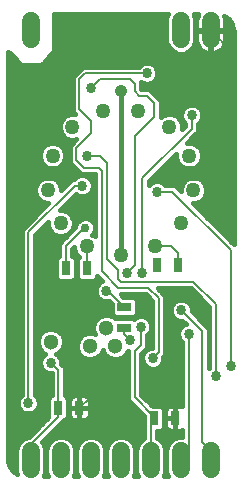
<source format=gbl>
G75*
%MOIN*%
%OFA0B0*%
%FSLAX25Y25*%
%IPPOS*%
%LPD*%
%AMOC8*
5,1,8,0,0,1.08239X$1,22.5*
%
%ADD10C,0.04961*%
%ADD11C,0.06000*%
%ADD12R,0.03150X0.04724*%
%ADD13C,0.05118*%
%ADD14R,0.04724X0.03150*%
%ADD15C,0.04156*%
%ADD16C,0.01600*%
%ADD17C,0.01200*%
%ADD18C,0.03369*%
%ADD19C,0.00800*%
%ADD20C,0.01000*%
%ADD21C,0.02975*%
D10*
X0029845Y0080360D03*
X0021114Y0088095D03*
X0016978Y0099001D03*
X0018384Y0110580D03*
X0025010Y0120180D03*
X0035338Y0125600D03*
X0047002Y0125600D03*
X0057330Y0120180D03*
X0063956Y0110580D03*
X0065362Y0099001D03*
X0061226Y0088095D03*
X0052495Y0080360D03*
X0041170Y0077569D03*
D11*
X0041170Y0012100D02*
X0041170Y0006100D01*
X0031170Y0006100D02*
X0031170Y0012100D01*
X0021170Y0012100D02*
X0021170Y0006100D01*
X0011170Y0006100D02*
X0011170Y0012100D01*
X0051170Y0012100D02*
X0051170Y0006100D01*
X0061170Y0006100D02*
X0061170Y0012100D01*
X0071170Y0012100D02*
X0071170Y0006100D01*
X0071170Y0149407D02*
X0071170Y0155407D01*
X0061170Y0155407D02*
X0061170Y0149407D01*
X0011170Y0149407D02*
X0011170Y0155407D01*
D12*
X0022757Y0073013D03*
X0029843Y0073013D03*
X0053257Y0074013D03*
X0060343Y0074013D03*
X0059343Y0023013D03*
X0052257Y0023013D03*
X0027343Y0026513D03*
X0020257Y0026513D03*
D13*
X0030800Y0047013D03*
X0036300Y0053013D03*
X0039300Y0047013D03*
X0017800Y0048513D03*
D14*
X0042300Y0052970D03*
X0042300Y0060057D03*
D15*
X0041300Y0132013D03*
D16*
X0004221Y0006926D02*
X0005269Y0005483D01*
X0006644Y0004484D01*
X0006370Y0005145D01*
X0006370Y0013055D01*
X0007101Y0014819D01*
X0008451Y0016169D01*
X0010215Y0016900D01*
X0010575Y0016900D01*
X0016981Y0023306D01*
X0016882Y0023406D01*
X0016882Y0029621D01*
X0017936Y0030676D01*
X0018057Y0030676D01*
X0018057Y0038029D01*
X0017107Y0038029D01*
X0015826Y0038560D01*
X0014846Y0039540D01*
X0014316Y0040820D01*
X0014316Y0042206D01*
X0014846Y0043487D01*
X0015826Y0044467D01*
X0016002Y0044540D01*
X0015331Y0044818D01*
X0014105Y0046044D01*
X0013441Y0047646D01*
X0013441Y0049380D01*
X0014105Y0050983D01*
X0015331Y0052209D01*
X0016933Y0052872D01*
X0018667Y0052872D01*
X0020269Y0052209D01*
X0021495Y0050983D01*
X0022159Y0049380D01*
X0022159Y0047646D01*
X0021495Y0046044D01*
X0020269Y0044818D01*
X0019598Y0044540D01*
X0019774Y0044467D01*
X0020754Y0043487D01*
X0021284Y0042206D01*
X0021284Y0041140D01*
X0022457Y0039968D01*
X0022457Y0030676D01*
X0022577Y0030676D01*
X0023631Y0029621D01*
X0023631Y0023406D01*
X0022577Y0022351D01*
X0022249Y0022351D01*
X0021211Y0021313D01*
X0014978Y0015080D01*
X0015239Y0014819D01*
X0015970Y0013055D01*
X0015970Y0005145D01*
X0015418Y0003813D01*
X0016922Y0003813D01*
X0016370Y0005145D01*
X0016370Y0013055D01*
X0017101Y0014819D01*
X0018451Y0016169D01*
X0020215Y0016900D01*
X0022125Y0016900D01*
X0023889Y0016169D01*
X0025239Y0014819D01*
X0025970Y0013055D01*
X0025970Y0005145D01*
X0025418Y0003813D01*
X0026922Y0003813D01*
X0026370Y0005145D01*
X0026370Y0013055D01*
X0027101Y0014819D01*
X0028451Y0016169D01*
X0030215Y0016900D01*
X0032125Y0016900D01*
X0033889Y0016169D01*
X0035239Y0014819D01*
X0035970Y0013055D01*
X0035970Y0005145D01*
X0035418Y0003813D01*
X0036922Y0003813D01*
X0036370Y0005145D01*
X0036370Y0013055D01*
X0037101Y0014819D01*
X0038451Y0016169D01*
X0040215Y0016900D01*
X0042125Y0016900D01*
X0043889Y0016169D01*
X0045239Y0014819D01*
X0045970Y0013055D01*
X0045970Y0005145D01*
X0045418Y0003813D01*
X0046922Y0003813D01*
X0046370Y0005145D01*
X0046370Y0013055D01*
X0047101Y0014819D01*
X0048451Y0016169D01*
X0048970Y0016384D01*
X0048970Y0019817D01*
X0048882Y0019906D01*
X0048882Y0023820D01*
X0043600Y0029102D01*
X0043600Y0045532D01*
X0043433Y0045601D01*
X0042995Y0044544D01*
X0041769Y0043318D01*
X0040167Y0042654D01*
X0038433Y0042654D01*
X0036831Y0043318D01*
X0035605Y0044544D01*
X0035050Y0045883D01*
X0034495Y0044544D01*
X0033269Y0043318D01*
X0031667Y0042654D01*
X0029933Y0042654D01*
X0028331Y0043318D01*
X0027105Y0044544D01*
X0026441Y0046146D01*
X0026441Y0047880D01*
X0027105Y0049483D01*
X0028331Y0050709D01*
X0029933Y0051372D01*
X0031667Y0051372D01*
X0032385Y0051075D01*
X0031941Y0052146D01*
X0031941Y0053880D01*
X0032605Y0055483D01*
X0033831Y0056709D01*
X0035433Y0057372D01*
X0037167Y0057372D01*
X0038769Y0056709D01*
X0039163Y0056315D01*
X0039192Y0056345D01*
X0045408Y0056345D01*
X0045556Y0056197D01*
X0045826Y0056467D01*
X0047107Y0056998D01*
X0048493Y0056998D01*
X0049774Y0056467D01*
X0050754Y0055487D01*
X0051284Y0054206D01*
X0051284Y0052820D01*
X0050754Y0051540D01*
X0050000Y0050786D01*
X0050000Y0046602D01*
X0048000Y0044602D01*
X0048000Y0030925D01*
X0051749Y0027176D01*
X0054577Y0027176D01*
X0055631Y0026121D01*
X0055631Y0019906D01*
X0054577Y0018851D01*
X0053370Y0018851D01*
X0053370Y0016384D01*
X0053889Y0016169D01*
X0055239Y0014819D01*
X0055970Y0013055D01*
X0055970Y0005145D01*
X0055418Y0003813D01*
X0056922Y0003813D01*
X0056370Y0005145D01*
X0056370Y0013055D01*
X0057101Y0014819D01*
X0058451Y0016169D01*
X0060215Y0016900D01*
X0061600Y0016900D01*
X0061600Y0018970D01*
X0061155Y0018851D01*
X0059343Y0018851D01*
X0059343Y0023013D01*
X0059343Y0023013D01*
X0055969Y0023013D01*
X0055969Y0020414D01*
X0056091Y0019956D01*
X0056328Y0019546D01*
X0056663Y0019211D01*
X0057074Y0018974D01*
X0057532Y0018851D01*
X0059343Y0018851D01*
X0059343Y0023013D01*
X0059343Y0023013D01*
X0055968Y0023013D01*
X0055969Y0025613D01*
X0056091Y0026070D01*
X0056328Y0026481D01*
X0056663Y0026816D01*
X0057074Y0027053D01*
X0057532Y0027176D01*
X0059343Y0027176D01*
X0059343Y0023014D01*
X0059343Y0023014D01*
X0059343Y0027176D01*
X0061155Y0027176D01*
X0061600Y0027056D01*
X0061600Y0048286D01*
X0060846Y0049040D01*
X0060316Y0050320D01*
X0060316Y0051706D01*
X0060846Y0052987D01*
X0061826Y0053967D01*
X0062822Y0054380D01*
X0061673Y0055529D01*
X0060607Y0055529D01*
X0059326Y0056060D01*
X0058346Y0057040D01*
X0057816Y0058320D01*
X0057816Y0059706D01*
X0058346Y0060987D01*
X0059326Y0061967D01*
X0060607Y0062498D01*
X0061993Y0062498D01*
X0063274Y0061967D01*
X0064254Y0060987D01*
X0064784Y0059706D01*
X0064784Y0058640D01*
X0069211Y0054213D01*
X0070500Y0052925D01*
X0070500Y0039641D01*
X0070600Y0039741D01*
X0070600Y0060102D01*
X0064389Y0066313D01*
X0053611Y0066313D01*
X0056000Y0063925D01*
X0056000Y0044102D01*
X0055284Y0043386D01*
X0055284Y0042320D01*
X0054754Y0041040D01*
X0053774Y0040060D01*
X0052493Y0039529D01*
X0051107Y0039529D01*
X0049826Y0040060D01*
X0048846Y0041040D01*
X0048316Y0042320D01*
X0048316Y0043706D01*
X0048846Y0044987D01*
X0049826Y0045967D01*
X0051107Y0046498D01*
X0051600Y0046498D01*
X0051600Y0062102D01*
X0049389Y0064313D01*
X0041155Y0064313D01*
X0042036Y0063431D01*
X0045408Y0063431D01*
X0046462Y0062377D01*
X0046462Y0057736D01*
X0045408Y0056682D01*
X0039192Y0056682D01*
X0038138Y0057736D01*
X0038138Y0061108D01*
X0037151Y0062095D01*
X0036993Y0062029D01*
X0035607Y0062029D01*
X0034326Y0062560D01*
X0033346Y0063540D01*
X0032816Y0064820D01*
X0032816Y0066206D01*
X0033346Y0067487D01*
X0034326Y0068467D01*
X0034969Y0068733D01*
X0033889Y0069813D01*
X0033889Y0069813D01*
X0033218Y0070484D01*
X0033218Y0069906D01*
X0032164Y0068851D01*
X0027523Y0068851D01*
X0026469Y0069906D01*
X0026469Y0076121D01*
X0027250Y0076902D01*
X0026216Y0077936D01*
X0025565Y0079509D01*
X0025565Y0080123D01*
X0024957Y0079515D01*
X0024957Y0077176D01*
X0025077Y0077176D01*
X0026131Y0076121D01*
X0026131Y0069906D01*
X0025077Y0068851D01*
X0020436Y0068851D01*
X0019382Y0069906D01*
X0019382Y0076121D01*
X0020436Y0077176D01*
X0020557Y0077176D01*
X0020557Y0081338D01*
X0026013Y0086794D01*
X0026013Y0087124D01*
X0026513Y0088332D01*
X0027438Y0089257D01*
X0028646Y0089757D01*
X0029954Y0089757D01*
X0031162Y0089257D01*
X0032087Y0088332D01*
X0032587Y0087124D01*
X0032587Y0085816D01*
X0032087Y0084608D01*
X0031703Y0084224D01*
X0032269Y0083989D01*
X0032600Y0083658D01*
X0032600Y0104313D01*
X0027889Y0104313D01*
X0025389Y0106813D01*
X0024100Y0108102D01*
X0024100Y0113925D01*
X0026225Y0116050D01*
X0025861Y0115899D01*
X0024158Y0115899D01*
X0022585Y0116551D01*
X0021381Y0117755D01*
X0020730Y0119328D01*
X0020730Y0121031D01*
X0021381Y0122604D01*
X0022585Y0123808D01*
X0024158Y0124460D01*
X0025742Y0124460D01*
X0025100Y0125102D01*
X0025100Y0136925D01*
X0026389Y0138213D01*
X0026389Y0138213D01*
X0027100Y0138925D01*
X0028389Y0140213D01*
X0047073Y0140213D01*
X0047826Y0140967D01*
X0049107Y0141498D01*
X0050493Y0141498D01*
X0051774Y0140967D01*
X0052754Y0139987D01*
X0053284Y0138706D01*
X0053284Y0137320D01*
X0052754Y0136040D01*
X0051774Y0135060D01*
X0050493Y0134529D01*
X0049107Y0134529D01*
X0048000Y0134988D01*
X0048000Y0132925D01*
X0048211Y0132713D01*
X0050711Y0132713D01*
X0052000Y0131425D01*
X0054500Y0128925D01*
X0054500Y0123402D01*
X0054906Y0123808D01*
X0056479Y0124460D01*
X0058182Y0124460D01*
X0059755Y0123808D01*
X0060959Y0122604D01*
X0061611Y0121031D01*
X0061611Y0119435D01*
X0062600Y0120425D01*
X0062600Y0121286D01*
X0061846Y0122040D01*
X0061316Y0123320D01*
X0061316Y0124706D01*
X0061846Y0125987D01*
X0062826Y0126967D01*
X0064107Y0127498D01*
X0065493Y0127498D01*
X0066774Y0126967D01*
X0067754Y0125987D01*
X0068284Y0124706D01*
X0068284Y0123320D01*
X0067754Y0122040D01*
X0067000Y0121286D01*
X0067000Y0118602D01*
X0065711Y0117313D01*
X0063258Y0114861D01*
X0064808Y0114861D01*
X0066381Y0114209D01*
X0067585Y0113005D01*
X0068237Y0111432D01*
X0068237Y0109729D01*
X0067585Y0108156D01*
X0066381Y0106952D01*
X0064808Y0106300D01*
X0063105Y0106300D01*
X0061532Y0106952D01*
X0060328Y0108156D01*
X0059676Y0109729D01*
X0059676Y0111278D01*
X0050500Y0102102D01*
X0050500Y0100641D01*
X0051326Y0101467D01*
X0052607Y0101998D01*
X0053993Y0101998D01*
X0055274Y0101467D01*
X0056027Y0100713D01*
X0059211Y0100713D01*
X0060500Y0099425D01*
X0061082Y0098843D01*
X0061082Y0099853D01*
X0061734Y0101426D01*
X0062938Y0102630D01*
X0064511Y0103281D01*
X0066214Y0103281D01*
X0067787Y0102630D01*
X0068991Y0101426D01*
X0069643Y0099853D01*
X0069643Y0098150D01*
X0068991Y0096577D01*
X0067787Y0095373D01*
X0066214Y0094721D01*
X0065204Y0094721D01*
X0078740Y0081184D01*
X0078740Y0151994D01*
X0078670Y0152885D01*
X0078119Y0154581D01*
X0077071Y0156024D01*
X0075691Y0157027D01*
X0075852Y0156531D01*
X0075970Y0155785D01*
X0075970Y0152607D01*
X0071370Y0152607D01*
X0071370Y0152207D01*
X0071370Y0144607D01*
X0071548Y0144607D01*
X0072294Y0144725D01*
X0073013Y0144959D01*
X0073686Y0145302D01*
X0074297Y0145746D01*
X0074831Y0146280D01*
X0075275Y0146891D01*
X0075618Y0147565D01*
X0075852Y0148283D01*
X0075970Y0149029D01*
X0075970Y0152207D01*
X0071370Y0152207D01*
X0070970Y0152207D01*
X0070970Y0144607D01*
X0070792Y0144607D01*
X0070046Y0144725D01*
X0069328Y0144959D01*
X0068654Y0145302D01*
X0068043Y0145746D01*
X0067509Y0146280D01*
X0067065Y0146891D01*
X0066722Y0147565D01*
X0066488Y0148283D01*
X0066370Y0149029D01*
X0066370Y0152207D01*
X0070970Y0152207D01*
X0070970Y0152607D01*
X0066370Y0152607D01*
X0066370Y0155785D01*
X0066488Y0156531D01*
X0066722Y0157250D01*
X0066948Y0157694D01*
X0065418Y0157694D01*
X0065970Y0156362D01*
X0065970Y0148452D01*
X0065239Y0146688D01*
X0063889Y0145338D01*
X0062125Y0144607D01*
X0060215Y0144607D01*
X0058451Y0145338D01*
X0057101Y0146688D01*
X0056370Y0148452D01*
X0056370Y0156362D01*
X0056922Y0157694D01*
X0019000Y0157694D01*
X0019000Y0157170D01*
X0019107Y0156422D01*
X0019000Y0156280D01*
X0019000Y0146598D01*
X0019063Y0145774D01*
X0019000Y0145700D01*
X0019000Y0145602D01*
X0018415Y0145017D01*
X0016000Y0142200D01*
X0016000Y0142102D01*
X0015415Y0141517D01*
X0014877Y0140890D01*
X0014780Y0140882D01*
X0014711Y0140813D01*
X0013885Y0140813D01*
X0013060Y0140750D01*
X0012986Y0140813D01*
X0007889Y0140813D01*
X0004389Y0144313D01*
X0003600Y0145102D01*
X0003600Y0009513D01*
X0003670Y0008622D01*
X0004221Y0006926D01*
X0004306Y0006809D02*
X0006370Y0006809D01*
X0006370Y0008407D02*
X0003740Y0008407D01*
X0003600Y0010006D02*
X0006370Y0010006D01*
X0006370Y0011604D02*
X0003600Y0011604D01*
X0003600Y0013203D02*
X0006431Y0013203D01*
X0007094Y0014801D02*
X0003600Y0014801D01*
X0003600Y0016400D02*
X0009008Y0016400D01*
X0011674Y0017998D02*
X0003600Y0017998D01*
X0003600Y0019597D02*
X0013272Y0019597D01*
X0014871Y0021196D02*
X0003600Y0021196D01*
X0003600Y0022794D02*
X0016469Y0022794D01*
X0016882Y0024393D02*
X0003600Y0024393D01*
X0003600Y0025991D02*
X0007395Y0025991D01*
X0007346Y0026040D02*
X0008326Y0025060D01*
X0009607Y0024529D01*
X0010993Y0024529D01*
X0012274Y0025060D01*
X0013254Y0026040D01*
X0013784Y0027320D01*
X0013784Y0028706D01*
X0013254Y0029987D01*
X0012500Y0030741D01*
X0012500Y0084102D01*
X0016834Y0088436D01*
X0016834Y0087243D01*
X0017485Y0085670D01*
X0018690Y0084466D01*
X0020263Y0083815D01*
X0021966Y0083815D01*
X0023539Y0084466D01*
X0024743Y0085670D01*
X0025394Y0087243D01*
X0025394Y0088946D01*
X0024743Y0090519D01*
X0023539Y0091724D01*
X0021966Y0092375D01*
X0020773Y0092375D01*
X0026142Y0097744D01*
X0026326Y0097560D01*
X0027607Y0097029D01*
X0028993Y0097029D01*
X0030274Y0097560D01*
X0031254Y0098540D01*
X0031784Y0099820D01*
X0031784Y0101206D01*
X0031254Y0102487D01*
X0030274Y0103467D01*
X0028993Y0103998D01*
X0027607Y0103998D01*
X0026326Y0103467D01*
X0025573Y0102713D01*
X0024889Y0102713D01*
X0023600Y0101425D01*
X0021258Y0099083D01*
X0021258Y0099853D01*
X0020607Y0101426D01*
X0019403Y0102630D01*
X0017829Y0103281D01*
X0016127Y0103281D01*
X0014553Y0102630D01*
X0013349Y0101426D01*
X0012698Y0099853D01*
X0012698Y0098150D01*
X0013349Y0096577D01*
X0014553Y0095373D01*
X0016127Y0094721D01*
X0016896Y0094721D01*
X0008100Y0085925D01*
X0008100Y0030741D01*
X0007346Y0029987D01*
X0006816Y0028706D01*
X0006816Y0027320D01*
X0007346Y0026040D01*
X0006816Y0027590D02*
X0003600Y0027590D01*
X0003600Y0029188D02*
X0007015Y0029188D01*
X0008100Y0030787D02*
X0003600Y0030787D01*
X0003600Y0032385D02*
X0008100Y0032385D01*
X0008100Y0033984D02*
X0003600Y0033984D01*
X0003600Y0035582D02*
X0008100Y0035582D01*
X0008100Y0037181D02*
X0003600Y0037181D01*
X0003600Y0038779D02*
X0008100Y0038779D01*
X0008100Y0040378D02*
X0003600Y0040378D01*
X0003600Y0041976D02*
X0008100Y0041976D01*
X0008100Y0043575D02*
X0003600Y0043575D01*
X0003600Y0045173D02*
X0008100Y0045173D01*
X0008100Y0046772D02*
X0003600Y0046772D01*
X0003600Y0048370D02*
X0008100Y0048370D01*
X0008100Y0049969D02*
X0003600Y0049969D01*
X0003600Y0051567D02*
X0008100Y0051567D01*
X0008100Y0053166D02*
X0003600Y0053166D01*
X0003600Y0054764D02*
X0008100Y0054764D01*
X0008100Y0056363D02*
X0003600Y0056363D01*
X0003600Y0057961D02*
X0008100Y0057961D01*
X0008100Y0059560D02*
X0003600Y0059560D01*
X0003600Y0061158D02*
X0008100Y0061158D01*
X0008100Y0062757D02*
X0003600Y0062757D01*
X0003600Y0064355D02*
X0008100Y0064355D01*
X0008100Y0065954D02*
X0003600Y0065954D01*
X0003600Y0067552D02*
X0008100Y0067552D01*
X0008100Y0069151D02*
X0003600Y0069151D01*
X0003600Y0070749D02*
X0008100Y0070749D01*
X0008100Y0072348D02*
X0003600Y0072348D01*
X0003600Y0073946D02*
X0008100Y0073946D01*
X0008100Y0075545D02*
X0003600Y0075545D01*
X0003600Y0077143D02*
X0008100Y0077143D01*
X0008100Y0078742D02*
X0003600Y0078742D01*
X0003600Y0080340D02*
X0008100Y0080340D01*
X0008100Y0081939D02*
X0003600Y0081939D01*
X0003600Y0083537D02*
X0008100Y0083537D01*
X0008100Y0085136D02*
X0003600Y0085136D01*
X0003600Y0086734D02*
X0008910Y0086734D01*
X0010508Y0088333D02*
X0003600Y0088333D01*
X0003600Y0089932D02*
X0012107Y0089932D01*
X0013705Y0091530D02*
X0003600Y0091530D01*
X0003600Y0093129D02*
X0015304Y0093129D01*
X0016112Y0094727D02*
X0003600Y0094727D01*
X0003600Y0096326D02*
X0013600Y0096326D01*
X0012791Y0097924D02*
X0003600Y0097924D01*
X0003600Y0099523D02*
X0012698Y0099523D01*
X0013223Y0101121D02*
X0003600Y0101121D01*
X0003600Y0102720D02*
X0014770Y0102720D01*
X0015959Y0106952D02*
X0014755Y0108156D01*
X0014104Y0109729D01*
X0014104Y0111432D01*
X0014755Y0113005D01*
X0015959Y0114209D01*
X0017532Y0114861D01*
X0019235Y0114861D01*
X0020808Y0114209D01*
X0022013Y0113005D01*
X0022664Y0111432D01*
X0022664Y0109729D01*
X0022013Y0108156D01*
X0020808Y0106952D01*
X0019235Y0106300D01*
X0017532Y0106300D01*
X0015959Y0106952D01*
X0015396Y0107515D02*
X0003600Y0107515D01*
X0003600Y0105917D02*
X0026285Y0105917D01*
X0024687Y0107515D02*
X0021372Y0107515D01*
X0022409Y0109114D02*
X0024100Y0109114D01*
X0024100Y0110712D02*
X0022664Y0110712D01*
X0022300Y0112311D02*
X0024100Y0112311D01*
X0024100Y0113909D02*
X0021108Y0113909D01*
X0022030Y0117106D02*
X0003600Y0117106D01*
X0003600Y0115508D02*
X0025683Y0115508D01*
X0020988Y0118705D02*
X0003600Y0118705D01*
X0003600Y0120303D02*
X0020730Y0120303D01*
X0021090Y0121902D02*
X0003600Y0121902D01*
X0003600Y0123500D02*
X0022277Y0123500D01*
X0025103Y0125099D02*
X0003600Y0125099D01*
X0003600Y0126697D02*
X0025100Y0126697D01*
X0025100Y0128296D02*
X0003600Y0128296D01*
X0003600Y0129894D02*
X0025100Y0129894D01*
X0025100Y0131493D02*
X0003600Y0131493D01*
X0003600Y0133091D02*
X0025100Y0133091D01*
X0025100Y0134690D02*
X0003600Y0134690D01*
X0003600Y0136288D02*
X0025100Y0136288D01*
X0026062Y0137887D02*
X0003600Y0137887D01*
X0003600Y0139485D02*
X0027661Y0139485D01*
X0019055Y0145879D02*
X0057910Y0145879D01*
X0056774Y0147478D02*
X0019000Y0147478D01*
X0019000Y0149076D02*
X0056370Y0149076D01*
X0056370Y0150675D02*
X0019000Y0150675D01*
X0019000Y0152273D02*
X0056370Y0152273D01*
X0056370Y0153872D02*
X0019000Y0153872D01*
X0019000Y0155470D02*
X0056370Y0155470D01*
X0056663Y0157069D02*
X0019014Y0157069D01*
X0017784Y0144281D02*
X0078740Y0144281D01*
X0078740Y0145879D02*
X0074431Y0145879D01*
X0075574Y0147478D02*
X0078740Y0147478D01*
X0078740Y0149076D02*
X0075970Y0149076D01*
X0075970Y0150675D02*
X0078740Y0150675D01*
X0078718Y0152273D02*
X0071370Y0152273D01*
X0070970Y0152273D02*
X0065970Y0152273D01*
X0065970Y0150675D02*
X0066370Y0150675D01*
X0066370Y0149076D02*
X0065970Y0149076D01*
X0065566Y0147478D02*
X0066766Y0147478D01*
X0067910Y0145879D02*
X0064431Y0145879D01*
X0065970Y0153872D02*
X0066370Y0153872D01*
X0066370Y0155470D02*
X0065970Y0155470D01*
X0065677Y0157069D02*
X0066663Y0157069D01*
X0070970Y0150675D02*
X0071370Y0150675D01*
X0071370Y0149076D02*
X0070970Y0149076D01*
X0070970Y0147478D02*
X0071370Y0147478D01*
X0071370Y0145879D02*
X0070970Y0145879D01*
X0075970Y0153872D02*
X0078349Y0153872D01*
X0077473Y0155470D02*
X0075970Y0155470D01*
X0078740Y0142682D02*
X0016414Y0142682D01*
X0015044Y0141084D02*
X0048108Y0141084D01*
X0051492Y0141084D02*
X0078740Y0141084D01*
X0078740Y0139485D02*
X0052962Y0139485D01*
X0053284Y0137887D02*
X0078740Y0137887D01*
X0078740Y0136288D02*
X0052857Y0136288D01*
X0050881Y0134690D02*
X0078740Y0134690D01*
X0078740Y0133091D02*
X0048000Y0133091D01*
X0048000Y0134690D02*
X0048719Y0134690D01*
X0051932Y0131493D02*
X0078740Y0131493D01*
X0078740Y0129894D02*
X0053530Y0129894D01*
X0054500Y0128296D02*
X0078740Y0128296D01*
X0078740Y0126697D02*
X0067044Y0126697D01*
X0068122Y0125099D02*
X0078740Y0125099D01*
X0078740Y0123500D02*
X0068284Y0123500D01*
X0067616Y0121902D02*
X0078740Y0121902D01*
X0078740Y0120303D02*
X0067000Y0120303D01*
X0067000Y0118705D02*
X0078740Y0118705D01*
X0078740Y0117106D02*
X0065504Y0117106D01*
X0063906Y0115508D02*
X0078740Y0115508D01*
X0078740Y0113909D02*
X0066681Y0113909D01*
X0067873Y0112311D02*
X0078740Y0112311D01*
X0078740Y0110712D02*
X0068237Y0110712D01*
X0067982Y0109114D02*
X0078740Y0109114D01*
X0078740Y0107515D02*
X0066944Y0107515D01*
X0067570Y0102720D02*
X0078740Y0102720D01*
X0078740Y0104318D02*
X0052716Y0104318D01*
X0051117Y0102720D02*
X0063154Y0102720D01*
X0061607Y0101121D02*
X0055620Y0101121D01*
X0054314Y0105917D02*
X0078740Y0105917D01*
X0078740Y0101121D02*
X0069117Y0101121D01*
X0069643Y0099523D02*
X0078740Y0099523D01*
X0078740Y0097924D02*
X0069549Y0097924D01*
X0068740Y0096326D02*
X0078740Y0096326D01*
X0078740Y0094727D02*
X0066229Y0094727D01*
X0066796Y0093129D02*
X0078740Y0093129D01*
X0078740Y0091530D02*
X0068395Y0091530D01*
X0069993Y0089932D02*
X0078740Y0089932D01*
X0078740Y0088333D02*
X0071592Y0088333D01*
X0073190Y0086734D02*
X0078740Y0086734D01*
X0078740Y0085136D02*
X0074789Y0085136D01*
X0076387Y0083537D02*
X0078740Y0083537D01*
X0078740Y0081939D02*
X0077986Y0081939D01*
X0067945Y0062757D02*
X0056000Y0062757D01*
X0056000Y0061158D02*
X0058517Y0061158D01*
X0057816Y0059560D02*
X0056000Y0059560D01*
X0056000Y0057961D02*
X0057964Y0057961D01*
X0059023Y0056363D02*
X0056000Y0056363D01*
X0056000Y0054764D02*
X0062438Y0054764D01*
X0061025Y0053166D02*
X0056000Y0053166D01*
X0056000Y0051567D02*
X0060316Y0051567D01*
X0060461Y0049969D02*
X0056000Y0049969D01*
X0056000Y0048370D02*
X0061516Y0048370D01*
X0061600Y0046772D02*
X0056000Y0046772D01*
X0056000Y0045173D02*
X0061600Y0045173D01*
X0061600Y0043575D02*
X0055473Y0043575D01*
X0055142Y0041976D02*
X0061600Y0041976D01*
X0061600Y0040378D02*
X0054092Y0040378D01*
X0051600Y0046772D02*
X0050000Y0046772D01*
X0050000Y0048370D02*
X0051600Y0048370D01*
X0051600Y0049969D02*
X0050000Y0049969D01*
X0050765Y0051567D02*
X0051600Y0051567D01*
X0051600Y0053166D02*
X0051284Y0053166D01*
X0051053Y0054764D02*
X0051600Y0054764D01*
X0051600Y0056363D02*
X0049878Y0056363D01*
X0051600Y0057961D02*
X0046462Y0057961D01*
X0046462Y0059560D02*
X0051600Y0059560D01*
X0051600Y0061158D02*
X0046462Y0061158D01*
X0046082Y0062757D02*
X0050945Y0062757D01*
X0053971Y0065954D02*
X0064748Y0065954D01*
X0066347Y0064355D02*
X0055569Y0064355D01*
X0064083Y0061158D02*
X0069544Y0061158D01*
X0070600Y0059560D02*
X0064784Y0059560D01*
X0065463Y0057961D02*
X0070600Y0057961D01*
X0070600Y0056363D02*
X0067062Y0056363D01*
X0068660Y0054764D02*
X0070600Y0054764D01*
X0070600Y0053166D02*
X0070259Y0053166D01*
X0070500Y0051567D02*
X0070600Y0051567D01*
X0070600Y0049969D02*
X0070500Y0049969D01*
X0070500Y0048370D02*
X0070600Y0048370D01*
X0070600Y0046772D02*
X0070500Y0046772D01*
X0070500Y0045173D02*
X0070600Y0045173D01*
X0070600Y0043575D02*
X0070500Y0043575D01*
X0070500Y0041976D02*
X0070600Y0041976D01*
X0070600Y0040378D02*
X0070500Y0040378D01*
X0061600Y0038779D02*
X0048000Y0038779D01*
X0048000Y0037181D02*
X0061600Y0037181D01*
X0061600Y0035582D02*
X0048000Y0035582D01*
X0048000Y0033984D02*
X0061600Y0033984D01*
X0061600Y0032385D02*
X0048000Y0032385D01*
X0048138Y0030787D02*
X0061600Y0030787D01*
X0061600Y0029188D02*
X0049737Y0029188D01*
X0051335Y0027590D02*
X0061600Y0027590D01*
X0059343Y0025991D02*
X0059343Y0025991D01*
X0059343Y0024393D02*
X0059343Y0024393D01*
X0059343Y0022794D02*
X0059343Y0022794D01*
X0059343Y0021196D02*
X0059343Y0021196D01*
X0059343Y0019597D02*
X0059343Y0019597D01*
X0059008Y0016400D02*
X0053370Y0016400D01*
X0053370Y0017998D02*
X0061600Y0017998D01*
X0057094Y0014801D02*
X0055247Y0014801D01*
X0055909Y0013203D02*
X0056431Y0013203D01*
X0056370Y0011604D02*
X0055970Y0011604D01*
X0055970Y0010006D02*
X0056370Y0010006D01*
X0056370Y0008407D02*
X0055970Y0008407D01*
X0055970Y0006809D02*
X0056370Y0006809D01*
X0056370Y0005210D02*
X0055970Y0005210D01*
X0048970Y0016400D02*
X0043332Y0016400D01*
X0045247Y0014801D02*
X0047094Y0014801D01*
X0046431Y0013203D02*
X0045909Y0013203D01*
X0045970Y0011604D02*
X0046370Y0011604D01*
X0046370Y0010006D02*
X0045970Y0010006D01*
X0045970Y0008407D02*
X0046370Y0008407D01*
X0046370Y0006809D02*
X0045970Y0006809D01*
X0045970Y0005210D02*
X0046370Y0005210D01*
X0048970Y0017998D02*
X0017896Y0017998D01*
X0019008Y0016400D02*
X0016298Y0016400D01*
X0017094Y0014801D02*
X0015247Y0014801D01*
X0015909Y0013203D02*
X0016431Y0013203D01*
X0016370Y0011604D02*
X0015970Y0011604D01*
X0015970Y0010006D02*
X0016370Y0010006D01*
X0016370Y0008407D02*
X0015970Y0008407D01*
X0015970Y0006809D02*
X0016370Y0006809D01*
X0016370Y0005210D02*
X0015970Y0005210D01*
X0023332Y0016400D02*
X0029008Y0016400D01*
X0027094Y0014801D02*
X0025247Y0014801D01*
X0025909Y0013203D02*
X0026431Y0013203D01*
X0026370Y0011604D02*
X0025970Y0011604D01*
X0025970Y0010006D02*
X0026370Y0010006D01*
X0026370Y0008407D02*
X0025970Y0008407D01*
X0025970Y0006809D02*
X0026370Y0006809D01*
X0026370Y0005210D02*
X0025970Y0005210D01*
X0033332Y0016400D02*
X0039008Y0016400D01*
X0037094Y0014801D02*
X0035247Y0014801D01*
X0035909Y0013203D02*
X0036431Y0013203D01*
X0036370Y0011604D02*
X0035970Y0011604D01*
X0035970Y0010006D02*
X0036370Y0010006D01*
X0036370Y0008407D02*
X0035970Y0008407D01*
X0035970Y0006809D02*
X0036370Y0006809D01*
X0036370Y0005210D02*
X0035970Y0005210D01*
X0029613Y0022474D02*
X0030023Y0022711D01*
X0030358Y0023046D01*
X0030595Y0023456D01*
X0030718Y0023914D01*
X0030718Y0026513D01*
X0027343Y0026513D01*
X0027343Y0026513D01*
X0027343Y0022351D01*
X0025532Y0022351D01*
X0025074Y0022474D01*
X0024663Y0022711D01*
X0024328Y0023046D01*
X0024091Y0023456D01*
X0023969Y0023914D01*
X0023969Y0026513D01*
X0027343Y0026513D01*
X0027343Y0026513D01*
X0027343Y0022351D01*
X0029155Y0022351D01*
X0029613Y0022474D01*
X0030107Y0022794D02*
X0048882Y0022794D01*
X0048882Y0021196D02*
X0021093Y0021196D01*
X0019495Y0019597D02*
X0048970Y0019597D01*
X0048310Y0024393D02*
X0030718Y0024393D01*
X0030718Y0025991D02*
X0046711Y0025991D01*
X0045113Y0027590D02*
X0030718Y0027590D01*
X0030718Y0026513D02*
X0030718Y0029113D01*
X0030595Y0029570D01*
X0030358Y0029981D01*
X0030023Y0030316D01*
X0029613Y0030553D01*
X0029155Y0030676D01*
X0027343Y0030676D01*
X0025532Y0030676D01*
X0025074Y0030553D01*
X0024663Y0030316D01*
X0024328Y0029981D01*
X0024091Y0029570D01*
X0023969Y0029113D01*
X0023968Y0026513D01*
X0027343Y0026513D01*
X0027343Y0026513D01*
X0027343Y0026514D02*
X0027343Y0030676D01*
X0027343Y0026514D01*
X0027343Y0026514D01*
X0027343Y0026513D02*
X0030718Y0026513D01*
X0030698Y0029188D02*
X0043600Y0029188D01*
X0043600Y0030787D02*
X0022457Y0030787D01*
X0022457Y0032385D02*
X0043600Y0032385D01*
X0043600Y0033984D02*
X0022457Y0033984D01*
X0022457Y0035582D02*
X0043600Y0035582D01*
X0043600Y0037181D02*
X0022457Y0037181D01*
X0022457Y0038779D02*
X0043600Y0038779D01*
X0043600Y0040378D02*
X0022047Y0040378D01*
X0021284Y0041976D02*
X0043600Y0041976D01*
X0043600Y0043575D02*
X0042026Y0043575D01*
X0043256Y0045173D02*
X0043600Y0045173D01*
X0048000Y0043575D02*
X0048316Y0043575D01*
X0048458Y0041976D02*
X0048000Y0041976D01*
X0048000Y0040378D02*
X0049508Y0040378D01*
X0049032Y0045173D02*
X0048571Y0045173D01*
X0045722Y0056363D02*
X0039115Y0056363D01*
X0038138Y0057961D02*
X0012500Y0057961D01*
X0012500Y0056363D02*
X0033485Y0056363D01*
X0032307Y0054764D02*
X0012500Y0054764D01*
X0012500Y0053166D02*
X0031941Y0053166D01*
X0032181Y0051567D02*
X0020911Y0051567D01*
X0021915Y0049969D02*
X0027591Y0049969D01*
X0026644Y0048370D02*
X0022159Y0048370D01*
X0021797Y0046772D02*
X0026441Y0046772D01*
X0026844Y0045173D02*
X0020624Y0045173D01*
X0020666Y0043575D02*
X0028074Y0043575D01*
X0033526Y0043575D02*
X0036574Y0043575D01*
X0035344Y0045173D02*
X0034756Y0045173D01*
X0038138Y0059560D02*
X0012500Y0059560D01*
X0012500Y0061158D02*
X0038087Y0061158D01*
X0034129Y0062757D02*
X0012500Y0062757D01*
X0012500Y0064355D02*
X0033008Y0064355D01*
X0032816Y0065954D02*
X0012500Y0065954D01*
X0012500Y0067552D02*
X0033411Y0067552D01*
X0032463Y0069151D02*
X0034551Y0069151D01*
X0041300Y0077699D02*
X0041300Y0132013D01*
X0054500Y0126697D02*
X0062556Y0126697D01*
X0061478Y0125099D02*
X0054500Y0125099D01*
X0054500Y0123500D02*
X0054598Y0123500D01*
X0060063Y0123500D02*
X0061316Y0123500D01*
X0061250Y0121902D02*
X0061984Y0121902D01*
X0061611Y0120303D02*
X0062479Y0120303D01*
X0059676Y0110712D02*
X0059110Y0110712D01*
X0059931Y0109114D02*
X0057512Y0109114D01*
X0055913Y0107515D02*
X0060968Y0107515D01*
X0061082Y0099523D02*
X0060402Y0099523D01*
X0050980Y0101121D02*
X0050500Y0101121D01*
X0032600Y0101121D02*
X0031784Y0101121D01*
X0031661Y0099523D02*
X0032600Y0099523D01*
X0032600Y0097924D02*
X0030638Y0097924D01*
X0032600Y0096326D02*
X0024723Y0096326D01*
X0023125Y0094727D02*
X0032600Y0094727D01*
X0032600Y0093129D02*
X0021526Y0093129D01*
X0023732Y0091530D02*
X0032600Y0091530D01*
X0032600Y0089932D02*
X0024986Y0089932D01*
X0025394Y0088333D02*
X0026514Y0088333D01*
X0025953Y0086734D02*
X0025184Y0086734D01*
X0024355Y0085136D02*
X0024209Y0085136D01*
X0022756Y0083537D02*
X0012500Y0083537D01*
X0012500Y0081939D02*
X0021158Y0081939D01*
X0020557Y0080340D02*
X0012500Y0080340D01*
X0012500Y0078742D02*
X0020557Y0078742D01*
X0020404Y0077143D02*
X0012500Y0077143D01*
X0012500Y0075545D02*
X0019382Y0075545D01*
X0019382Y0073946D02*
X0012500Y0073946D01*
X0012500Y0072348D02*
X0019382Y0072348D01*
X0019382Y0070749D02*
X0012500Y0070749D01*
X0012500Y0069151D02*
X0020137Y0069151D01*
X0025377Y0069151D02*
X0027223Y0069151D01*
X0026469Y0070749D02*
X0026131Y0070749D01*
X0026131Y0072348D02*
X0026469Y0072348D01*
X0026469Y0073946D02*
X0026131Y0073946D01*
X0026131Y0075545D02*
X0026469Y0075545D01*
X0027008Y0077143D02*
X0025109Y0077143D01*
X0024957Y0078742D02*
X0025882Y0078742D01*
X0032306Y0085136D02*
X0032600Y0085136D01*
X0032587Y0086734D02*
X0032600Y0086734D01*
X0032600Y0088333D02*
X0032086Y0088333D01*
X0032600Y0102720D02*
X0031021Y0102720D01*
X0027884Y0104318D02*
X0003600Y0104318D01*
X0003600Y0109114D02*
X0014358Y0109114D01*
X0014104Y0110712D02*
X0003600Y0110712D01*
X0003600Y0112311D02*
X0014468Y0112311D01*
X0015659Y0113909D02*
X0003600Y0113909D01*
X0016731Y0088333D02*
X0016834Y0088333D01*
X0017045Y0086734D02*
X0015132Y0086734D01*
X0013534Y0085136D02*
X0018020Y0085136D01*
X0021258Y0099523D02*
X0021698Y0099523D01*
X0020733Y0101121D02*
X0023296Y0101121D01*
X0025579Y0102720D02*
X0019186Y0102720D01*
X0007618Y0141084D02*
X0003600Y0141084D01*
X0003600Y0142682D02*
X0006020Y0142682D01*
X0004421Y0144281D02*
X0003600Y0144281D01*
X0012500Y0051567D02*
X0014689Y0051567D01*
X0013685Y0049969D02*
X0012500Y0049969D01*
X0012500Y0048370D02*
X0013441Y0048370D01*
X0013803Y0046772D02*
X0012500Y0046772D01*
X0012500Y0045173D02*
X0014976Y0045173D01*
X0014934Y0043575D02*
X0012500Y0043575D01*
X0012500Y0041976D02*
X0014316Y0041976D01*
X0014499Y0040378D02*
X0012500Y0040378D01*
X0012500Y0038779D02*
X0015607Y0038779D01*
X0018057Y0037181D02*
X0012500Y0037181D01*
X0012500Y0035582D02*
X0018057Y0035582D01*
X0018057Y0033984D02*
X0012500Y0033984D01*
X0012500Y0032385D02*
X0018057Y0032385D01*
X0018057Y0030787D02*
X0012500Y0030787D01*
X0013585Y0029188D02*
X0016882Y0029188D01*
X0016882Y0027590D02*
X0013784Y0027590D01*
X0013205Y0025991D02*
X0016882Y0025991D01*
X0023020Y0022794D02*
X0024580Y0022794D01*
X0023969Y0024393D02*
X0023631Y0024393D01*
X0023631Y0025991D02*
X0023969Y0025991D01*
X0023969Y0027590D02*
X0023631Y0027590D01*
X0023631Y0029188D02*
X0023989Y0029188D01*
X0027343Y0029188D02*
X0027343Y0029188D01*
X0027343Y0027590D02*
X0027343Y0027590D01*
X0027343Y0025991D02*
X0027343Y0025991D01*
X0027343Y0024393D02*
X0027343Y0024393D01*
X0027343Y0022794D02*
X0027343Y0022794D01*
X0006370Y0005210D02*
X0005645Y0005210D01*
X0055323Y0019597D02*
X0056299Y0019597D01*
X0055969Y0021196D02*
X0055631Y0021196D01*
X0055631Y0022794D02*
X0055969Y0022794D01*
X0055969Y0024393D02*
X0055631Y0024393D01*
X0055631Y0025991D02*
X0056070Y0025991D01*
D17*
X0041170Y0077569D02*
X0041300Y0077699D01*
D18*
X0043300Y0071513D03*
X0048300Y0071513D03*
X0047800Y0053513D03*
X0044300Y0049013D03*
X0039300Y0047013D03*
X0036300Y0053013D03*
X0030800Y0047013D03*
X0030400Y0036613D03*
X0017800Y0041513D03*
X0017800Y0048513D03*
X0016800Y0055013D03*
X0010300Y0028013D03*
X0036300Y0065513D03*
X0051800Y0043013D03*
X0052300Y0034013D03*
X0063800Y0051013D03*
X0061300Y0059013D03*
X0072800Y0037013D03*
X0077800Y0040513D03*
X0053300Y0098513D03*
X0053800Y0103513D03*
X0064800Y0124013D03*
X0049800Y0138013D03*
X0031300Y0133013D03*
X0029800Y0110513D03*
X0028300Y0100513D03*
D19*
X0025800Y0100513D01*
X0010300Y0085013D01*
X0010300Y0028013D01*
X0013800Y0025013D02*
X0004600Y0025013D01*
X0011170Y0014383D02*
X0020300Y0023513D01*
X0020300Y0026470D01*
X0020257Y0026513D01*
X0020257Y0039057D01*
X0017800Y0041513D01*
X0013800Y0052013D02*
X0013800Y0025013D01*
X0011170Y0014383D02*
X0011170Y0009100D01*
X0027343Y0026513D02*
X0030400Y0029570D01*
X0030400Y0036613D01*
X0044300Y0049013D02*
X0042300Y0051013D01*
X0042300Y0052970D01*
X0047800Y0047513D02*
X0045800Y0045513D01*
X0045800Y0030013D01*
X0052257Y0023557D01*
X0052257Y0023013D01*
X0051170Y0021927D01*
X0051170Y0009100D01*
X0061170Y0009100D02*
X0061170Y0010600D01*
X0063800Y0013230D01*
X0063800Y0014513D01*
X0063800Y0051013D01*
X0068300Y0052013D02*
X0061300Y0059013D01*
X0065300Y0068513D02*
X0041300Y0068513D01*
X0040300Y0069513D01*
X0040300Y0072513D01*
X0036550Y0076263D01*
X0036550Y0108263D01*
X0034300Y0110513D01*
X0029800Y0110513D01*
X0026300Y0109013D02*
X0028800Y0106513D01*
X0033800Y0106513D01*
X0034800Y0105513D01*
X0034800Y0072013D01*
X0040300Y0066513D01*
X0050300Y0066513D01*
X0053800Y0063013D01*
X0053800Y0045013D01*
X0051800Y0043013D01*
X0047800Y0047513D02*
X0047800Y0053513D01*
X0042300Y0060057D02*
X0036843Y0065513D01*
X0036300Y0065513D01*
X0029843Y0073013D02*
X0029843Y0080359D01*
X0029845Y0080360D01*
X0029300Y0086470D02*
X0028800Y0086470D01*
X0022757Y0080427D01*
X0022757Y0073013D01*
X0016800Y0055013D02*
X0013800Y0052013D01*
X0026300Y0109013D02*
X0026300Y0113013D01*
X0031300Y0118013D01*
X0031300Y0122013D01*
X0027300Y0126013D01*
X0027300Y0136013D01*
X0029300Y0138013D01*
X0049800Y0138013D01*
X0045800Y0134513D02*
X0045800Y0132013D01*
X0047300Y0130513D01*
X0049800Y0130513D01*
X0052300Y0128013D01*
X0052300Y0123513D01*
X0045800Y0117013D01*
X0045800Y0074013D01*
X0043300Y0071513D01*
X0048300Y0071513D02*
X0048300Y0103013D01*
X0064800Y0119513D01*
X0064800Y0124013D01*
X0077300Y0103513D02*
X0077300Y0146277D01*
X0071170Y0152407D01*
X0045800Y0134513D02*
X0044300Y0136013D01*
X0034300Y0136013D01*
X0031300Y0133013D01*
X0053300Y0098513D02*
X0058300Y0098513D01*
X0077800Y0079013D01*
X0077800Y0040513D01*
X0072800Y0037013D02*
X0072800Y0061013D01*
X0065300Y0068513D01*
X0060343Y0074013D02*
X0060300Y0074057D01*
X0060300Y0078013D01*
X0057953Y0080360D01*
X0052495Y0080360D01*
X0068300Y0052013D02*
X0068300Y0015013D01*
X0071170Y0012143D01*
X0071170Y0009100D01*
D20*
X0077300Y0103513D02*
X0053800Y0103513D01*
X0004600Y0124065D02*
X0004600Y0025013D01*
D21*
X0029300Y0086470D03*
X0053257Y0074013D03*
M02*

</source>
